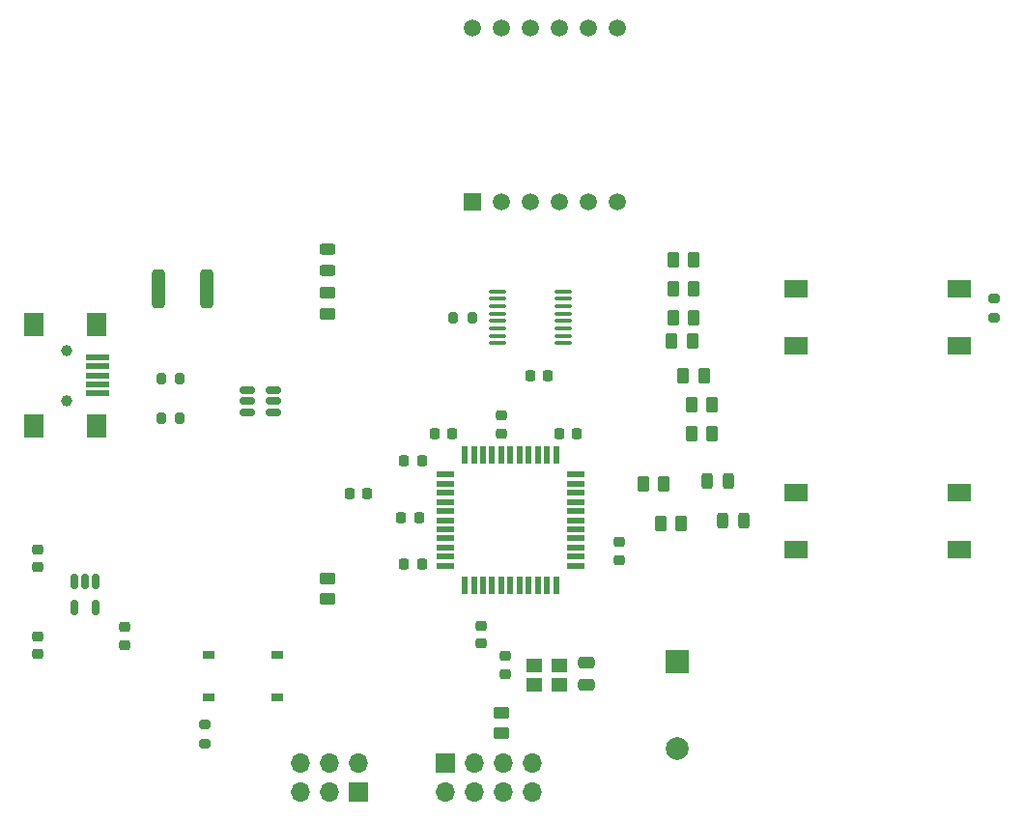
<source format=gbr>
%TF.GenerationSoftware,KiCad,Pcbnew,(7.0.0)*%
%TF.CreationDate,2023-04-21T10:27:54-06:00*%
%TF.ProjectId,PhaseB_ATMEGA,50686173-6542-45f4-9154-4d4547412e6b,rev?*%
%TF.SameCoordinates,Original*%
%TF.FileFunction,Soldermask,Top*%
%TF.FilePolarity,Negative*%
%FSLAX46Y46*%
G04 Gerber Fmt 4.6, Leading zero omitted, Abs format (unit mm)*
G04 Created by KiCad (PCBNEW (7.0.0)) date 2023-04-21 10:27:54*
%MOMM*%
%LPD*%
G01*
G04 APERTURE LIST*
G04 Aperture macros list*
%AMRoundRect*
0 Rectangle with rounded corners*
0 $1 Rounding radius*
0 $2 $3 $4 $5 $6 $7 $8 $9 X,Y pos of 4 corners*
0 Add a 4 corners polygon primitive as box body*
4,1,4,$2,$3,$4,$5,$6,$7,$8,$9,$2,$3,0*
0 Add four circle primitives for the rounded corners*
1,1,$1+$1,$2,$3*
1,1,$1+$1,$4,$5*
1,1,$1+$1,$6,$7*
1,1,$1+$1,$8,$9*
0 Add four rect primitives between the rounded corners*
20,1,$1+$1,$2,$3,$4,$5,0*
20,1,$1+$1,$4,$5,$6,$7,0*
20,1,$1+$1,$6,$7,$8,$9,0*
20,1,$1+$1,$8,$9,$2,$3,0*%
G04 Aperture macros list end*
%ADD10R,2.000000X2.000000*%
%ADD11C,2.000000*%
%ADD12RoundRect,0.225000X-0.225000X-0.250000X0.225000X-0.250000X0.225000X0.250000X-0.225000X0.250000X0*%
%ADD13RoundRect,0.225000X-0.250000X0.225000X-0.250000X-0.225000X0.250000X-0.225000X0.250000X0.225000X0*%
%ADD14C,1.000000*%
%ADD15R,2.000000X0.500000*%
%ADD16R,1.700000X2.000000*%
%ADD17R,1.400000X1.200000*%
%ADD18RoundRect,0.250000X-0.312500X-1.450000X0.312500X-1.450000X0.312500X1.450000X-0.312500X1.450000X0*%
%ADD19RoundRect,0.250000X-0.262500X-0.450000X0.262500X-0.450000X0.262500X0.450000X-0.262500X0.450000X0*%
%ADD20RoundRect,0.200000X-0.275000X0.200000X-0.275000X-0.200000X0.275000X-0.200000X0.275000X0.200000X0*%
%ADD21R,1.500000X1.500000*%
%ADD22C,1.500000*%
%ADD23RoundRect,0.225000X0.250000X-0.225000X0.250000X0.225000X-0.250000X0.225000X-0.250000X-0.225000X0*%
%ADD24RoundRect,0.225000X0.225000X0.250000X-0.225000X0.250000X-0.225000X-0.250000X0.225000X-0.250000X0*%
%ADD25RoundRect,0.200000X-0.200000X-0.275000X0.200000X-0.275000X0.200000X0.275000X-0.200000X0.275000X0*%
%ADD26R,1.700000X1.700000*%
%ADD27O,1.700000X1.700000*%
%ADD28RoundRect,0.243750X-0.243750X-0.456250X0.243750X-0.456250X0.243750X0.456250X-0.243750X0.456250X0*%
%ADD29R,1.500000X0.550000*%
%ADD30R,0.550000X1.500000*%
%ADD31RoundRect,0.250000X-0.475000X0.250000X-0.475000X-0.250000X0.475000X-0.250000X0.475000X0.250000X0*%
%ADD32R,2.000000X1.500000*%
%ADD33RoundRect,0.150000X-0.150000X0.512500X-0.150000X-0.512500X0.150000X-0.512500X0.150000X0.512500X0*%
%ADD34RoundRect,0.150000X-0.512500X-0.150000X0.512500X-0.150000X0.512500X0.150000X-0.512500X0.150000X0*%
%ADD35RoundRect,0.243750X-0.456250X0.243750X-0.456250X-0.243750X0.456250X-0.243750X0.456250X0.243750X0*%
%ADD36RoundRect,0.250000X0.450000X-0.262500X0.450000X0.262500X-0.450000X0.262500X-0.450000X-0.262500X0*%
%ADD37RoundRect,0.250000X-0.450000X0.262500X-0.450000X-0.262500X0.450000X-0.262500X0.450000X0.262500X0*%
%ADD38RoundRect,0.100000X-0.637500X-0.100000X0.637500X-0.100000X0.637500X0.100000X-0.637500X0.100000X0*%
%ADD39R,1.000000X0.700000*%
G04 APERTURE END LIST*
D10*
%TO.C,LS1*%
X109399999Y-167319999D03*
D11*
X109400000Y-174920000D03*
%TD*%
D12*
%TO.C,C6*%
X88125000Y-147320000D03*
X89675000Y-147320000D03*
%TD*%
D13*
%TO.C,C4*%
X104320000Y-156870000D03*
X104320000Y-158420000D03*
%TD*%
D14*
%TO.C,J1*%
X55880000Y-140040000D03*
X55880000Y-144440000D03*
D15*
X58579999Y-140639999D03*
X58579999Y-141439999D03*
X58579999Y-142239999D03*
X58579999Y-143039999D03*
X58579999Y-143839999D03*
D16*
X58479999Y-137789999D03*
X53029999Y-137789999D03*
X58479999Y-146689999D03*
X53029999Y-146689999D03*
%TD*%
D17*
%TO.C,Y1*%
X96859999Y-169339999D03*
X99059999Y-169339999D03*
X99059999Y-167639999D03*
X96859999Y-167639999D03*
%TD*%
D18*
%TO.C,F1*%
X63902500Y-134620000D03*
X68177500Y-134620000D03*
%TD*%
D19*
%TO.C,R7*%
X110650000Y-144780000D03*
X112475000Y-144780000D03*
%TD*%
D13*
%TO.C,C10*%
X53340000Y-165100000D03*
X53340000Y-166650000D03*
%TD*%
D20*
%TO.C,R2*%
X68000000Y-172850000D03*
X68000000Y-174500000D03*
%TD*%
D19*
%TO.C,R11*%
X109022500Y-134620000D03*
X110847500Y-134620000D03*
%TD*%
D21*
%TO.C,U4*%
X91439999Y-126999999D03*
D22*
X93980000Y-127000000D03*
X96520000Y-127000000D03*
X99060000Y-127000000D03*
X101600000Y-127000000D03*
X104140000Y-127000000D03*
X104140000Y-111760000D03*
X101600000Y-111760000D03*
X99060000Y-111760000D03*
X96520000Y-111760000D03*
X93980000Y-111760000D03*
X91440000Y-111760000D03*
%TD*%
D20*
%TO.C,R1*%
X137160000Y-135510000D03*
X137160000Y-137160000D03*
%TD*%
D23*
%TO.C,C2*%
X94320000Y-168415000D03*
X94320000Y-166865000D03*
%TD*%
D19*
%TO.C,R16*%
X106425000Y-151750000D03*
X108250000Y-151750000D03*
%TD*%
D24*
%TO.C,C14*%
X86750000Y-154750000D03*
X85200000Y-154750000D03*
%TD*%
D25*
%TO.C,R3*%
X64175000Y-146000000D03*
X65825000Y-146000000D03*
%TD*%
D19*
%TO.C,R9*%
X108925000Y-139250000D03*
X110750000Y-139250000D03*
%TD*%
D24*
%TO.C,C15*%
X98070000Y-142240000D03*
X96520000Y-142240000D03*
%TD*%
D26*
%TO.C,J3*%
X89079999Y-176199999D03*
D27*
X89079999Y-178739999D03*
X91619999Y-176199999D03*
X91619999Y-178739999D03*
X94159999Y-176199999D03*
X94159999Y-178739999D03*
X96699999Y-176199999D03*
X96699999Y-178739999D03*
%TD*%
D23*
%TO.C,C9*%
X92202000Y-165722600D03*
X92202000Y-164172600D03*
%TD*%
D24*
%TO.C,C3*%
X87025000Y-149750000D03*
X85475000Y-149750000D03*
%TD*%
%TO.C,C5*%
X82232500Y-152567500D03*
X80682500Y-152567500D03*
%TD*%
D12*
%TO.C,C7*%
X99060000Y-147320000D03*
X100610000Y-147320000D03*
%TD*%
D28*
%TO.C,D2*%
X113362500Y-154940000D03*
X115237500Y-154940000D03*
%TD*%
D29*
%TO.C,U2*%
X89079999Y-150939999D03*
X89079999Y-151739999D03*
X89079999Y-152539999D03*
X89079999Y-153339999D03*
X89079999Y-154139999D03*
X89079999Y-154939999D03*
X89079999Y-155739999D03*
X89079999Y-156539999D03*
X89079999Y-157339999D03*
X89079999Y-158139999D03*
X89079999Y-158939999D03*
D30*
X90779999Y-160639999D03*
X91579999Y-160639999D03*
X92379999Y-160639999D03*
X93179999Y-160639999D03*
X93979999Y-160639999D03*
X94779999Y-160639999D03*
X95579999Y-160639999D03*
X96379999Y-160639999D03*
X97179999Y-160639999D03*
X97979999Y-160639999D03*
X98779999Y-160639999D03*
D29*
X100479999Y-158939999D03*
X100479999Y-158139999D03*
X100479999Y-157339999D03*
X100479999Y-156539999D03*
X100479999Y-155739999D03*
X100479999Y-154939999D03*
X100479999Y-154139999D03*
X100479999Y-153339999D03*
X100479999Y-152539999D03*
X100479999Y-151739999D03*
X100479999Y-150939999D03*
D30*
X98779999Y-149239999D03*
X97979999Y-149239999D03*
X97179999Y-149239999D03*
X96379999Y-149239999D03*
X95579999Y-149239999D03*
X94779999Y-149239999D03*
X93979999Y-149239999D03*
X93179999Y-149239999D03*
X92379999Y-149239999D03*
X91579999Y-149239999D03*
X90779999Y-149239999D03*
%TD*%
D31*
%TO.C,C1*%
X101420000Y-167450000D03*
X101420000Y-169350000D03*
%TD*%
D32*
%TO.C,S3*%
X119849999Y-152479999D03*
X134149999Y-152479999D03*
X119849999Y-157479999D03*
X134149999Y-157479999D03*
%TD*%
%TO.C,S2*%
X119849999Y-134619999D03*
X134149999Y-134619999D03*
X119849999Y-139619999D03*
X134149999Y-139619999D03*
%TD*%
D33*
%TO.C,U3*%
X58420000Y-160285000D03*
X57470000Y-160285000D03*
X56520000Y-160285000D03*
X56520000Y-162560000D03*
X58420000Y-162560000D03*
%TD*%
D25*
%TO.C,R5*%
X89790000Y-137160000D03*
X91440000Y-137160000D03*
%TD*%
D34*
%TO.C,U1*%
X71725000Y-143550000D03*
X71725000Y-144500000D03*
X71725000Y-145450000D03*
X74000000Y-145450000D03*
X74000000Y-144500000D03*
X74000000Y-143550000D03*
%TD*%
D35*
%TO.C,D3*%
X78740000Y-131142500D03*
X78740000Y-133017500D03*
%TD*%
D19*
%TO.C,R6*%
X110650000Y-147320000D03*
X112475000Y-147320000D03*
%TD*%
D36*
%TO.C,R17*%
X93980000Y-173632500D03*
X93980000Y-171807500D03*
%TD*%
D37*
%TO.C,R13*%
X78740000Y-160020000D03*
X78740000Y-161845000D03*
%TD*%
D13*
%TO.C,C11*%
X60960000Y-164325000D03*
X60960000Y-165875000D03*
%TD*%
D36*
%TO.C,R14*%
X78750000Y-136825000D03*
X78750000Y-135000000D03*
%TD*%
D38*
%TO.C,U5*%
X93657500Y-134885000D03*
X93657500Y-135535000D03*
X93657500Y-136185000D03*
X93657500Y-136835000D03*
X93657500Y-137485000D03*
X93657500Y-138135000D03*
X93657500Y-138785000D03*
X93657500Y-139435000D03*
X99382500Y-139435000D03*
X99382500Y-138785000D03*
X99382500Y-138135000D03*
X99382500Y-137485000D03*
X99382500Y-136835000D03*
X99382500Y-136185000D03*
X99382500Y-135535000D03*
X99382500Y-134885000D03*
%TD*%
D23*
%TO.C,C12*%
X53340000Y-159030000D03*
X53340000Y-157480000D03*
%TD*%
D19*
%TO.C,R12*%
X109022500Y-132080000D03*
X110847500Y-132080000D03*
%TD*%
%TO.C,R10*%
X109022500Y-137160000D03*
X110847500Y-137160000D03*
%TD*%
D24*
%TO.C,C8*%
X87025000Y-158750000D03*
X85475000Y-158750000D03*
%TD*%
D28*
%TO.C,D1*%
X112000000Y-151500000D03*
X113875000Y-151500000D03*
%TD*%
D19*
%TO.C,R15*%
X107925000Y-155250000D03*
X109750000Y-155250000D03*
%TD*%
D25*
%TO.C,R4*%
X64175000Y-142500000D03*
X65825000Y-142500000D03*
%TD*%
D23*
%TO.C,C13*%
X93980000Y-147320000D03*
X93980000Y-145770000D03*
%TD*%
D26*
%TO.C,J2*%
X81459999Y-178739999D03*
D27*
X81459999Y-176199999D03*
X78919999Y-178739999D03*
X78919999Y-176199999D03*
X76379999Y-178739999D03*
X76379999Y-176199999D03*
%TD*%
D19*
%TO.C,R8*%
X109935000Y-142240000D03*
X111760000Y-142240000D03*
%TD*%
D39*
%TO.C,S1*%
X68299999Y-166729999D03*
X74299999Y-166729999D03*
X68299999Y-170429999D03*
X74299999Y-170429999D03*
%TD*%
M02*

</source>
